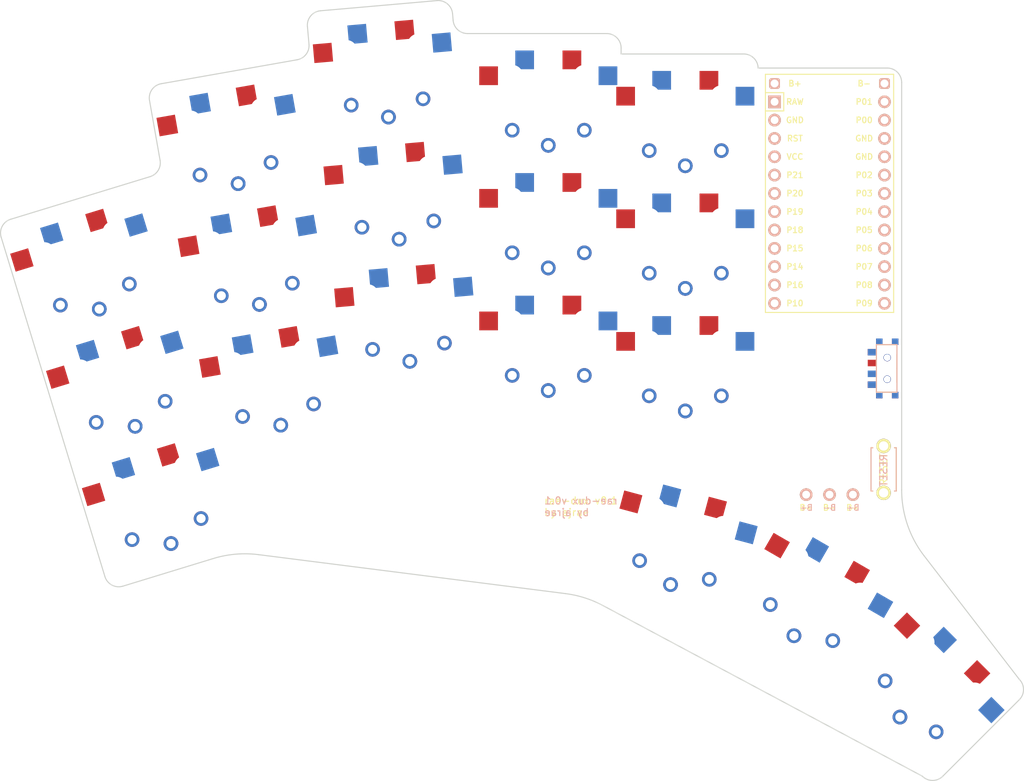
<source format=kicad_pcb>
(kicad_pcb (version 20211014) (generator pcbnew)
  (title_block (title "board") (rev "v1.0.0") (company "Unknown"))
  (layers (0 "F.Cu" signal) (31 "B.Cu" signal) (34 "B.Paste" user) (35 "F.Paste" user) (36 "B.SilkS" user "B.Silkscreen") (37 "F.SilkS" user "F.Silkscreen") (38 "B.Mask" user) (39 "F.Mask" user) (44 "Edge.Cuts" user))
  (net 0 "")
  (net 1 "P6")
  (net 2 "GND")
  (net 3 "P5")
  (net 4 "P4")
  (net 5 "P3")
  (net 6 "P2")
  (net 7 "P0")
  (net 8 "P1")
  (net 9 "P18")
  (net 10 "P15")
  (net 11 "P14")
  (net 12 "P16")
  (net 13 "P10")
  (net 14 "P19")
  (net 15 "P20")
  (net 16 "P21")
  (net 17 "P7")
  (net 18 "P8")
  (net 19 "P9")
  (net 20 "RAW")
  (net 21 "RST")
  (net 22 "VCC")
  (net 23 "Bplus")
  (net 24 "Bminus")
  (net 25 "Braw")
  (footprint "E73:SPDT_C128955" (layer "F.Cu") (at 114.06786 -17.897422 -90)
    (fp_text reference "T1" hide)
    (fp_text value "" hide)
    (pad "" np_thru_hole circle locked (at -1.5 0) (size 1 1) (drill 0.9) (layers *.Cu *.Mask))
    (pad "" smd rect locked (at 3.7 1.1 270) (size 0.9 0.9) (layers "F.Cu" "F.Paste" "F.Mask"))
    (pad "" smd rect locked (at -3.7 1.1 270) (size 0.9 0.9) (layers "F.Cu" "F.Paste" "F.Mask"))
    (pad "" smd rect locked (at 3.7 -1.1 270) (size 0.9 0.9) (layers "F.Cu" "F.Paste" "F.Mask"))
    (pad "" smd rect locked (at -3.7 -1.1 270) (size 0.9 0.9) (layers "F.Cu" "F.Paste" "F.Mask"))
    (pad "" np_thru_hole circle locked (at 1.5 0) (size 1 1) (drill 0.9) (layers *.Cu *.Mask))
    (pad "1" smd rect locked (at 2.25 2.075 270) (size 0.9 1.25) (layers "F.Cu" "F.Paste" "F.Mask") (net 25 "Braw"))
    (pad "2" smd rect locked (at -0.75 2.075 270) (size 0.9 1.25) (layers "F.Cu" "F.Paste" "F.Mask") (net 23 "Bplus"))
    (pad "3" smd rect locked (at -2.25 2.075 270) (size 0.9 1.25) (layers "F.Cu" "F.Paste" "F.Mask"))
  )
  (footprint "lib:bat" (layer "F.Cu") (at 106.06786 -0.397422)
    (fp_text reference "PAD1" hide)
    (fp_text value "" hide)
    (fp_text user "B-" (at 0 1.8) (layer "B.SilkS") (effects (font (size 0.8 0.8)) (justify mirror)))
    (fp_text user "B+" (at 3.24 1.8) (layer "B.SilkS") (effects (font (size 0.8 0.8)) (justify mirror)))
    (fp_text user "B+" (at -3.24 1.8) (layer "B.SilkS") (effects (font (size 0.8 0.8)) (justify mirror)))
    (fp_text user "B+" (at 3.24 1.8) (layer "F.SilkS") (effects (font (size 0.8 0.8))))
    (fp_text user "B-" (at 0 1.8) (layer "F.SilkS") (effects (font (size 0.8 0.8))))
    (fp_text user "B+" (at -3.24 1.8) (layer "F.SilkS") (effects (font (size 0.8 0.8))))
    (pad "1" thru_hole circle locked (at -3.24 0) (size 1.7526 1.7526) (drill 1.0922) (layers *.Cu *.SilkS *.Mask) (net 25 "Braw"))
    (pad "1" thru_hole circle locked (at 0 0) (size 1.7526 1.7526) (drill 1.0922) (layers *.Cu *.SilkS *.Mask) (net 24 "Bminus"))
    (pad "1" thru_hole circle locked (at 3.24 0) (size 1.7526 1.7526) (drill 1.0922) (layers *.Cu *.SilkS *.Mask) (net 25 "Braw"))
  )
  (footprint "kbd:ResetSW" (layer "F.Cu") (at 113.56786 -3.897422 -90)
    (fp_text reference "B1" hide)
    (fp_text value "")
    (fp_text user "RESET" (at 0.127 0 -90) (layer "B.SilkS") (effects (justify mirror)))
    (fp_text user "RESET" (at 0 0 -90) (layer "F.SilkS"))
    (pad "1" thru_hole circle locked (at 3.25 0 270) (size 2 2) (drill 1.3) (layers *.Cu *.Mask "F.SilkS") (net 21 "RST"))
    (pad "2" thru_hole circle locked (at -3.25 0 270) (size 2 2) (drill 1.3) (layers *.Cu *.Mask "F.SilkS") (net 2 "GND"))
  )
  (footprint "E73:SPDT_C128955" (layer "F.Cu") (at 114.06786 -17.897422 -90)
    (fp_text reference "T2" hide)
    (fp_text value "" hide)
    (pad "" np_thru_hole circle locked (at -1.5 0) (size 1 1) (drill 0.9) (layers *.Cu *.Mask))
    (pad "" smd rect locked (at 3.7 -1.1 270) (size 0.9 0.9) (layers "B.Cu" "B.Paste" "B.Mask"))
    (pad "" np_thru_hole circle locked (at 1.5 0) (size 1 1) (drill 0.9) (layers *.Cu *.Mask))
    (pad "" smd rect locked (at -3.7 -1.1 270) (size 0.9 0.9) (layers "B.Cu" "B.Paste" "B.Mask"))
    (pad "" smd rect locked (at 3.7 1.1 270) (size 0.9 0.9) (layers "B.Cu" "B.Paste" "B.Mask"))
    (pad "" smd rect locked (at -3.7 1.1 270) (size 0.9 0.9) (layers "B.Cu" "B.Paste" "B.Mask"))
    (pad "1" smd rect locked (at -2.25 2.075 270) (size 0.9 1.25) (layers "B.Cu" "B.Paste" "B.Mask") (net 25 "Braw"))
    (pad "2" smd rect locked (at 0.75 2.075 270) (size 0.9 1.25) (layers "B.Cu" "B.Paste" "B.Mask") (net 23 "Bplus"))
    (pad "3" smd rect locked (at 2.25 2.075 270) (size 0.9 1.25) (layers "B.Cu" "B.Paste" "B.Mask"))
  )
  (footprint "PG1350" (layer "F.Cu") (at 86.06786 -34.897423 180)
    (fp_text reference "S28" hide)
    (fp_text value "" hide)
    (pad "" np_thru_hole circle locked (at -5.5 0) (size 1.7018 1.7018) (drill 1.7018) (layers *.Cu *.Mask))
    (pad "" np_thru_hole circle locked (at 0 0) (size 3.429 3.429) (drill 3.429) (layers *.Cu *.Mask))
    (pad "" np_thru_hole circle locked (at 5.5 0) (size 1.7018 1.7018) (drill 1.7018) (layers *.Cu *.Mask))
    (pad "1" thru_hole circle locked (at 5 -3.8) (size 2.032 2.032) (drill 1.27) (layers *.Cu *.Mask) (net 15 "P20"))
    (pad "1" thru_hole circle locked (at -5 -3.8) (size 2.032 2.032) (drill 1.27) (layers *.Cu *.Mask) (net 15 "P20"))
    (pad "2" thru_hole circle locked (at 0 -5.9) (size 2.032 2.032) (drill 1.27) (layers *.Cu *.Mask) (net 2 "GND"))
    (pad "2" thru_hole circle locked (at 0 -5.9) (size 2.032 2.032) (drill 1.27) (layers *.Cu *.Mask) (net 2 "GND"))
  )
  (footprint "PG1350" (layer "F.Cu") (at 86.06786 -17.897422 180)
    (fp_text reference "S26" hide)
    (fp_text value "" hide)
    (pad "" np_thru_hole circle locked (at -5.5 0) (size 1.7018 1.7018) (drill 1.7018) (layers *.Cu *.Mask))
    (pad "" np_thru_hole circle locked (at 0 0) (size 3.429 3.429) (drill 3.429) (layers *.Cu *.Mask))
    (pad "" np_thru_hole circle locked (at 5.5 0) (size 1.7018 1.7018) (drill 1.7018) (layers *.Cu *.Mask))
    (pad "1" thru_hole circle locked (at 5 -3.8) (size 2.032 2.032) (drill 1.27) (layers *.Cu *.Mask) (net 14 "P19"))
    (pad "1" thru_hole circle locked (at -5 -3.8) (size 2.032 2.032) (drill 1.27) (layers *.Cu *.Mask) (net 14 "P19"))
    (pad "2" thru_hole circle locked (at 0 -5.9) (size 2.032 2.032) (drill 1.27) (layers *.Cu *.Mask) (net 2 "GND"))
    (pad "2" thru_hole circle locked (at 0 -5.9) (size 2.032 2.032) (drill 1.27) (layers *.Cu *.Mask) (net 2 "GND"))
  )
  (footprint "PG1350" (layer "F.Cu") (at 86.06786 -51.897423)
    (fp_text reference "S29" hide)
    (fp_text value "" hide)
    (pad "" np_thru_hole circle locked (at 0 -5.95) (size 3 3) (drill 3) (layers *.Cu *.Mask))
    (pad "" np_thru_hole circle locked (at 0 -5.95) (size 3 3) (drill 3) (layers *.Cu *.Mask))
    (pad "" np_thru_hole circle locked (at -5.5 0) (size 1.7018 1.7018) (drill 1.7018) (layers *.Cu *.Mask))
    (pad "" np_thru_hole circle locked (at 5 -3.75) (size 3 3) (drill 3) (layers *.Cu *.Mask))
    (pad "" np_thru_hole circle locked (at 0 0) (size 3.429 3.429) (drill 3.429) (layers *.Cu *.Mask))
    (pad "" np_thru_hole circle locked (at 5.5 0) (size 1.7018 1.7018) (drill 1.7018) (layers *.Cu *.Mask))
    (pad "" np_thru_hole circle locked (at -5 -3.75) (size 3 3) (drill 3) (layers *.Cu *.Mask))
    (pad "1" smd rect locked (at 3.275 -5.95) (size 2.6 2.6) (layers "F.Cu" "F.Paste" "F.Mask") (net 16 "P21"))
    (pad "1" smd rect locked (at -3.275 -5.95) (size 2.6 2.6) (layers "B.Cu" "B.Paste" "B.Mask") (net 16 "P21"))
    (pad "2" smd rect locked (at -8.275 -3.75) (size 2.6 2.6) (layers "F.Cu" "F.Paste" "F.Mask") (net 2 "GND"))
    (pad "2" smd rect locked (at 8.275 -3.75) (size 2.6 2.6) (layers "B.Cu" "B.Paste" "B.Mask") (net 2 "GND"))
  )
  (footprint "PG1350" (layer "F.Cu") (at 104.085418 14.058847 150)
    (fp_text reference "S34" hide)
    (fp_text value "" hide)
    (pad "" np_thru_hole circle locked (at 0 0) (size 3.429 3.429) (drill 3.429) (layers *.Cu *.Mask))
    (pad "" np_thru_hole circle locked (at 5.5 0) (size 1.7018 1.7018) (drill 1.7018) (layers *.Cu *.Mask))
    (pad "" np_thru_hole circle locked (at -5.5 0) (size 1.7018 1.7018) (drill 1.7018) (layers *.Cu *.Mask))
    (pad "1" thru_hole circle locked (at -5 -3.8) (size 2.032 2.032) (drill 1.27) (layers *.Cu *.Mask) (net 18 "P8"))
    (pad "1" thru_hole circle locked (at 5 -3.8) (size 2.032 2.032) (drill 1.27) (layers *.Cu *.Mask) (net 18 "P8"))
    (pad "2" thru_hole circle locked (at 0 -5.9) (size 2.032 2.032) (drill 1.27) (layers *.Cu *.Mask) (net 2 "GND"))
    (pad "2" thru_hole circle locked (at 0 -5.9) (size 2.032 2.032) (drill 1.27) (layers *.Cu *.Mask) (net 2 "GND"))
  )
  (footprint "PG1350" (layer "F.Cu") (at 23.043883 -49.326007 10)
    (fp_text reference "S11" hide)
    (fp_text value "" hide)
    (pad "" np_thru_hole circle locked (at 0 -5.95) (size 3 3) (drill 3) (layers *.Cu *.Mask))
    (pad "" np_thru_hole circle locked (at -5 -3.75) (size 3 3) (drill 3) (layers *.Cu *.Mask))
    (pad "" np_thru_hole circle locked (at -5.5 0) (size 1.7018 1.7018) (drill 1.7018) (layers *.Cu *.Mask))
    (pad "" np_thru_hole circle locked (at 0 0) (size 3.429 3.429) (drill 3.429) (layers *.Cu *.Mask))
    (pad "" np_thru_hole circle locked (at 0 -5.95) (size 3 3) (drill 3) (layers *.Cu *.Mask))
    (pad "" np_thru_hole circle locked (at 5 -3.75) (size 3 3) (drill 3) (layers *.Cu *.Mask))
    (pad "" np_thru_hole circle locked (at 5.5 0) (size 1.7018 1.7018) (drill 1.7018) (layers *.Cu *.Mask))
    (pad "1" smd rect locked (at 3.275 -5.95 10) (size 2.6 2.6) (layers "F.Cu" "F.Paste" "F.Mask") (net 7 "P0"))
    (pad "1" smd rect locked (at -3.275 -5.95 10) (size 2.6 2.6) (layers "B.Cu" "B.Paste" "B.Mask") (net 7 "P0"))
    (pad "2" smd rect locked (at -8.275 -3.75 10) (size 2.6 2.6) (layers "F.Cu" "F.Paste" "F.Mask") (net 2 "GND"))
    (pad "2" smd rect locked (at 8.275 -3.75 10) (size 2.6 2.6) (layers "B.Cu" "B.Paste" "B.Mask") (net 2 "GND"))
  )
  (footprint "PG1350" (layer "F.Cu") (at 44.396769 -58.630416 5)
    (fp_text reference "S17" hide)
    (fp_text value "" hide)
    (pad "" np_thru_hole circle locked (at 0 -5.95) (size 3 3) (drill 3) (layers *.Cu *.Mask))
    (pad "" np_thru_hole circle locked (at 0 -5.95) (size 3 3) (drill 3) (layers *.Cu *.Mask))
    (pad "" np_thru_hole circle locked (at 5 -3.75) (size 3 3) (drill 3) (layers *.Cu *.Mask))
    (pad "" np_thru_hole circle locked (at -5 -3.75) (size 3 3) (drill 3) (layers *.Cu *.Mask))
    (pad "" np_thru_hole circle locked (at -5.5 0) (size 1.7018 1.7018) (drill 1.7018) (layers *.Cu *.Mask))
    (pad "" np_thru_hole circle locked (at 5.5 0) (size 1.7018 1.7018) (drill 1.7018) (layers *.Cu *.Mask))
    (pad "" np_thru_hole circle locked (at 0 0) (size 3.429 3.429) (drill 3.429) (layers *.Cu *.Mask))
    (pad "1" smd rect locked (at 3.275 -5.95 5) (size 2.6 2.6) (layers "F.Cu" "F.Paste" "F.Mask") (net 10 "P15"))
    (pad "1" smd rect locked (at -3.275 -5.95 5) (size 2.6 2.6) (layers "B.Cu" "B.Paste" "B.Mask") (net 10 "P15"))
    (pad "2" smd rect locked (at 8.275 -3.75 5) (size 2.6 2.6) (layers "B.Cu" "B.Paste" "B.Mask") (net 2 "GND"))
    (pad "2" smd rect locked (at -8.275 -3.75 5) (size 2.6 2.6) (layers "F.Cu" "F.Paste" "F.Mask") (net 2 "GND"))
  )
  (footprint "PG1350" (layer "F.Cu") (at 8.059362 -15.514362 17)
    (fp_text reference "S3" hide)
    (fp_text value "" hide)
    (pad "" np_thru_hole circle locked (at 5.5 0) (size 1.7018 1.7018) (drill 1.7018) (layers *.Cu *.Mask))
    (pad "" np_thru_hole circle locked (at 0 0) (size 3.429 3.429) (drill 3.429) (layers *.Cu *.Mask))
    (pad "" np_thru_hole circle locked (at -5.5 0) (size 1.7018 1.7018) (drill 1.7018) (layers *.Cu *.Mask))
    (pad "" np_thru_hole circle locked (at -5 -3.75) (size 3 3) (drill 3) (layers *.Cu *.Mask))
    (pad "" np_thru_hole circle locked (at 0 -5.95) (size 3 3) (drill 3) (layers *.Cu *.Mask))
    (pad "" np_thru_hole circle locked (at 0 -5.95) (size 3 3) (drill 3) (layers *.Cu *.Mask))
    (pad "" np_thru_hole circle locked (at 5 -3.75) (size 3 3) (drill 3) (layers *.Cu *.Mask))
    (pad "1" smd rect locked (at 3.275 -5.95 17) (size 2.6 2.6) (layers "F.Cu" "F.Paste" "F.Mask") (net 3 "P5"))
    (pad "1" smd rect locked (at -3.275 -5.95 17) (size 2.6 2.6) (layers "B.Cu" "B.Paste" "B.Mask") (net 3 "P5"))
    (pad "2" smd rect locked (at 8.275 -3.75 17) (size 2.6 2.6) (layers "B.Cu" "B.Paste" "B.Mask") (net 2 "GND"))
    (pad "2" smd rect locked (at -8.275 -3.75 17) (size 2.6 2.6) (layers "F.Cu" "F.Paste" "F.Mask") (net 2 "GND"))
  )
  (footprint "PG1350" (layer "F.Cu") (at 47.360064 -24.759797 -175)
    (fp_text reference "S14" hide)
    (fp_text value "" hide)
    (pad "" np_thru_hole circle locked (at 0 0) (size 3.429 3.429) (drill 3.429) (layers *.Cu *.Mask))
    (pad "" np_thru_hole circle locked (at 5.5 0) (size 1.7018 1.7018) (drill 1.7018) (layers *.Cu *.Mask))
    (pad "" np_thru_hole circle locked (at -5.5 0) (size 1.7018 1.7018) (drill 1.7018) (layers *.Cu *.Mask))
    (pad "1" thru_hole circle locked (at -5 -3.8) (size 2.032 2.032) (drill 1.27) (layers *.Cu *.Mask) (net 8 "P1"))
    (pad "1" thru_hole circle locked (at 5 -3.8) (size 2.032 2.032) (drill 1.27) (layers *.Cu *.Mask) (net 8 "P1"))
    (pad "2" thru_hole circle locked (at 0 -5.9) (size 2.032 2.032) (drill 1.27) (layers *.Cu *.Mask) (net 2 "GND"))
    (pad "2" thru_hole circle locked (at 0 -5.9) (size 2.032 2.032) (drill 1.27) (layers *.Cu *.Mask) (net 2 "GND"))
  )
  (footprint "PG1350" (layer "F.Cu") (at 86.06786 -17.897422)
    (fp_text reference "S25" hide)
    (fp_text value "" hide)
    (pad "" np_thru_hole circle locked (at 5 -3.75) (size 3 3) (drill 3) (layers *.Cu *.Mask))
    (pad "" np_thru_hole circle locked (at -5.5 0) (size 1.7018 1.7018) (drill 1.7018) (layers *.Cu *.Mask))
    (pad "" np_thru_hole circle locked (at -5 -3.75) (size 3 3) (drill 3) (layers *.Cu *.Mask))
    (pad "" np_thru_hole circle locked (at 0 -5.95) (size 3 3) (drill 3) (layers *.Cu *.Mask))
    (pad "" np_thru_hole circle locked (at 5.5 0) (size 1.7018 1.7018) (drill 1.7018) (layers *.Cu *.Mask))
    (pad "" np_thru_hole circle locked (at 0 0) (size 3.429 3.429) (drill 3.429) (layers *.Cu *.Mask))
    (pad "" np_thru_hole circle locked (at 0 -5.95) (size 3 3) (drill 3) (layers *.Cu *.Mask))
    (pad "1" smd rect locked (at 3.275 -5.95) (size 2.6 2.6) (layers "F.Cu" "F.Paste" "F.Mask") (net 14 "P19"))
    (pad "1" smd rect locked (at -3.275 -5.95) (size 2.6 2.6) (layers "B.Cu" "B.Paste" "B.Mask") (net 14 "P19"))
    (pad "2" smd rect locked (at -8.275 -3.75) (size 2.6 2.6) (layers "F.Cu" "F.Paste" "F.Mask") (net 2 "GND"))
    (pad "2" smd rect locked (at 8.275 -3.75) (size 2.6 2.6) (layers "B.Cu" "B.Paste" "B.Mask") (net 2 "GND"))
  )
  (footprint "PG1350" (layer "F.Cu") (at 67.06786 -54.730756)
    (fp_text reference "S23" hide)
    (fp_text value "" hide)
    (pad "" np_thru_hole circle locked (at -5.5 0) (size 1.7018 1.7018) (drill 1.7018) (layers *.Cu *.Mask))
    (pad "" np_thru_hole circle locked (at 0 0) (size 3.429 3.429) (drill 3.429) (layers *.Cu *.Mask))
    (pad "" np_thru_hole circle locked (at 0 -5.95) (size 3 3) (drill 3) (layers *.Cu *.Mask))
    (pad "" np_thru_hole circle locked (at -5 -3.75) (size 3 3) (drill 3) (layers *.Cu *.Mask))
    (pad "" np_thru_hole circle locked (at 5.5 0) (size 1.7018 1.7018) (drill 1.7018) (layers *.Cu *.Mask))
    (pad "" np_thru_hole circle locked (at 5 -3.75) (size 3 3) (drill 3) (layers *.Cu *.Mask))
    (pad "" np_thru_hole circle locked (at 0 -5.95) (size 3 3) (drill 3) (layers *.Cu *.Mask))
    (pad "1" smd rect locked (at -3.275 -5.95) (size 2.6 2.6) (layers "B.Cu" "B.Paste" "B.Mask") (net 13 "P10"))
    (pad "1" smd rect locked (at 3.275 -5.95) (size 2.6 2.6) (layers "F.Cu" "F.Paste" "F.Mask") (net 13 "P10"))
    (pad "2" smd rect locked (at 8.275 -3.75) (size 2.6 2.6) (layers "B.Cu" "B.Paste" "B.Mask") (net 2 "GND"))
    (pad "2" smd rect locked (at -8.275 -3.75) (size 2.6 2.6) (layers "F.Cu" "F.Paste" "F.Mask") (net 2 "GND"))
  )
  (footprint "PG1350" (layer "F.Cu") (at 13.029681 0.742819 17)
    (fp_text reference "S1" hide)
    (fp_text value "" hide)
    (pad "" np_thru_hole circle locked (at 0 -5.95) (size 3 3) (drill 3) (layers *.Cu *.Mask))
    (pad "" np_thru_hole circle locked (at 5.5 0) (size 1.7018 1.7018) (drill 1.7018) (layers *.Cu *.Mask))
    (pad "" np_thru_hole circle locked (at 5 -3.75) (size 3 3) (drill 3) (layers *.Cu *.Mask))
    (pad "" np_thru_hole circle locked (at -5.5 0) (size 1.7018 1.7018) (drill 1.7018) (layers *.Cu *.Mask))
    (pad "" np_thru_hole circle locked (at 0 0) (size 3.429 3.429) (drill 3.429) (layers *.Cu *.Mask))
    (pad "" np_thru_hole circle locked (at 0 -5.95) (size 3 3) (drill 3) (layers *.Cu *.Mask))
    (pad "" np_thru_hole circle locked (at -5 -3.75) (size 3 3) (drill 3) (layers *.Cu *.Mask))
    (pad "1" smd rect locked (at -3.275 -5.95 17) (size 2.6 2.6) (layers "B.Cu" "B.Paste" "B.Mask") (net 1 "P6"))
    (pad "1" smd rect locked (at 3.275 -5.95 17) (size 2.6 2.6) (layers "F.Cu" "F.Paste" "F.Mask") (net 1 "P6"))
    (pad "2" smd rect locked (at -8.275 -3.75 17) (size 2.6 2.6) (layers "F.Cu" "F.Paste" "F.Mask") (net 2 "GND"))
    (pad "2" smd rect locked (at 8.275 -3.75 17) (size 2.6 2.6) (layers "B.Cu" "B.Paste" "B.Mask") (net 2 "GND"))
  )
  (footprint "PG1350" (layer "F.Cu") (at 44.396769 -58.630416 -175)
    (fp_text reference "S18" hide)
    (fp_text value "" hide)
    (pad "" np_thru_hole circle locked (at -5.5 0) (size 1.7018 1.7018) (drill 1.7018) (layers *.Cu *.Mask))
    (pad "" np_thru_hole circle locked (at 0 0) (size 3.429 3.429) (drill 3.429) (layers *.Cu *.Mask))
    (pad "" np_thru_hole circle locked (at 5.5 0) (size 1.7018 1.7018) (drill 1.7018) (layers *.Cu *.Mask))
    (pad "1" thru_hole circle locked (at -5 -3.8) (size 2.032 2.032) (drill 1.27) (layers *.Cu *.Mask) (net 10 "P15"))
    (pad "1" thru_hole circle locked (at 5 -3.8) (size 2.032 2.032) (drill 1.27) (layers *.Cu *.Mask) (net 10 "P15"))
    (pad "2" thru_hole circle locked (at 0 -5.9) (size 2.032 2.032) (drill 1.27) (layers *.Cu *.Mask) (net 2 "GND"))
    (pad "2" thru_hole circle locked (at 0 -5.9) (size 2.032 2.032) (drill 1.27) (layers *.Cu *.Mask) (net 2 "GND"))
  )
  (footprint "PG1350" (layer "F.Cu") (at 67.06786 -54.730756 180)
    (fp_text reference "S24" hide)
    (fp_text value "" hide)
    (pad "" np_thru_hole circle locked (at -5.5 0) (size 1.7018 1.7018) (drill 1.7018) (layers *.Cu *.Mask))
    (pad "" np_thru_hole circle locked (at 0 0) (size 3.429 3.429) (drill 3.429) (layers *.Cu *.Mask))
    (pad "" np_thru_hole circle locked (at 5.5 0) (size 1.7018 1.7018) (drill 1.7018) (layers *.Cu *.Mask))
    (pad "1" thru_hole circle locked (at -5 -3.8) (size 2.032 2.032) (drill 1.27) (layers *.Cu *.Mask) (net 13 "P10"))
    (pad "1" thru_hole circle locked (at 5 -3.8) (size 2.032 2.032) (drill 1.27) (layers *.Cu *.Mask) (net 13 "P10"))
    (pad "2" thru_hole circle locked (at 0 -5.9) (size 2.032 2.032) (drill 1.27) (layers *.Cu *.Mask) (net 2 "GND"))
    (pad "2" thru_hole circle locked (at 0 -5.9) (size 2.032 2.032) (drill 1.27) (layers *.Cu *.Mask) (net 2 "GND"))
  )
  (footprint "PG1350" (layer "F.Cu") (at 85.547819 6.380322 -15)
    (fp_text reference "S31" hide)
    (fp_text value "" hide)
    (pad "" np_thru_hole circle locked (at 5.5 0) (size 1.7018 1.7018) (drill 1.7018) (layers *.Cu *.Mask))
    (pad "" np_thru_hole circle locked (at 0 0) (size 3.429 3.429) (drill 3.429) (layers *.Cu *.Mask))
    (pad "" np_thru_hole circle locked (at -5 -3.75) (size 3 3) (drill 3) (layers *.Cu *.Mask))
    (pad "" np_thru_hole circle locked (at 0 -5.95) (size 3 3) (drill 3) (layers *.Cu *.Mask))
    (pad "" np_thru_hole circle locked (at 5 -3.75) (size 3 3) (drill 3) (layers *.Cu *.Mask))
    (pad "" np_thru_hole circle locked (at -5.5 0) (size 1.7018 1.7018) (drill 1.7018) (layers *.Cu *.Mask))
    (pad "" np_thru_hole circle locked (at 0 -5.95) (size 3 3) (drill 3) (layers *.Cu *.Mask))
    (pad "1" smd rect locked (at 3.275 -5.95 345) (size 2.6 2.6) (layers "F.Cu" "F.Paste" "F.Mask") (net 17 "P7"))
    (pad "1" smd rect locked (at -3.275 -5.95 345) (size 2.6 2.6) (layers "B.Cu" "B.Paste" "B.Mask") (net 17 "P7"))
    (pad "2" smd rect locked (at 8.275 -3.75 345) (size 2.6 2.6) (layers "B.Cu" "B.Paste" "B.Mask") (net 2 "GND"))
    (pad "2" smd rect locked (at -8.275 -3.75 345) (size 2.6 2.6) (layers "F.Cu" "F.Paste" "F.Mask") (net 2 "GND"))
  )
  (footprint "PG1350" (layer "F.Cu") (at 86.06786 -51.897423 180)
    (fp_text reference "S30" hide)
    (fp_text value "" hide)
    (pad "" np_thru_hole circle locked (at -5.5 0) (size 1.7018 1.7018) (drill 1.7018) (layers *.Cu *.Mask))
    (pad "" np_thru_hole circle locked (at 5.5 0) (size 1.7018 1.7018) (drill 1.7018) (layers *.Cu *.Mask))
    (pad "" np_thru_hole circle locked (at 0 0) (size 3.429 3.429) (drill 3.429) (layers *.Cu *.Mask))
    (pad "1" thru_hole circle locked (at 5 -3.8) (size 2.032 2.032) (drill 1.27) (layers *.Cu *.Mask) (net 16 "P21"))
    (pad "1" thru_hole circle locked (at -5 -3.8) (size 2.032 2.032) (drill 1.27) (layers *.Cu *.Mask) (net 16 "P21"))
    (pad "2" thru_hole circle locked (at 0 -5.9) (size 2.032 2.032) (drill 1.27) (layers *.Cu *.Mask) (net 2 "GND"))
    (pad "2" thru_hole circle locked (at 0 -5.9) (size 2.032 2.032) (drill 1.27) (layers *.Cu *.Mask) (net 2 "GND"))
  )
  (footprint "ProMicro" (layer "F.Cu") (at 106.06786 -40.897423 -90)
    (fp_text reference "MCU1" hide)
    (fp_text value "" hide)
    (fp_text user "GND" (at -6.35 -4.8) (layer "F.SilkS") (effects (font (size 0.8 0.8))))
    (fp_text user "P02" (at -3.81 -4.8) (layer "F.SilkS") (effects (font (size 0.8 0.8))))
    (fp_text user "P20" (at -1.27 4.8) (layer "F.SilkS") (effects (font (size 0.8 0.8))))
    (fp_text user "VCC" (at -6.35 4.8) (layer "F.SilkS") (effects (font (size 0.8 0.8))))
    (fp_text user "P06" (at 6.35 -4.8) (layer "F.SilkS") (effects (font (size 0.8 0.8))))
    (fp_text user "P15" (at 6.35 4.8) (layer "F.SilkS") (effects (font (size 0.8 0.8))))
    (fp_text user "P09" (at 13.97 -4.8) (layer "F.SilkS") (effects (font (size 0.8 0.8))))
    (fp_text user "B+" (at -16.51 4.8) (layer "F.SilkS") (effects (font (size 0.8 0.8))))
    (fp_text user "P16" (at 11.43 4.8) (layer "F.SilkS") (effects (font (size 0.8 0.8))))
    (fp_text user "P03" (at -1.27 -4.8) (layer "F.SilkS") (effects (font (size 0.8 0.8))))
    (fp_text user "P04" (at 1.27 -4.8) (layer "F.SilkS") (effects (font (size 0.8 0.8))))
    (fp_text user "P10" (at 13.97 4.8) (layer "F.SilkS") (effects (font (size 0.8 0.8))))
    (fp_text user "P05" (at 3.81 -4.8) (layer "F.SilkS") (effects (font (size 0.8 0.8))))
    (fp_text user "P00" (at -11.43 -4.8) (layer "F.SilkS") (effects (font (size 0.8 0.8))))
    (fp_text user "P18" (at 3.81 4.8) (layer "F.SilkS") (effects (font (size 0.8 0.8))))
    (fp_text user "P14" (at 8.89 4.8) (layer "F.SilkS") (effects (font (size 0.8 0.8))))
    (fp_text user "GND" (at -11.43 4.8) (layer "F.SilkS") (effects (font (size 0.8 0.8))))
    (fp_text user "P01" (at -13.97 -4.8) (layer "F.SilkS") (effects (font (size 0.8 0.8))))
    (fp_text user "B-" (at -16.51 -4.8) (layer "F.SilkS") (effects (font (size 0.8 0.8))))
    (fp_text user "P19" (at 1.27 4.8) (layer "F.SilkS") (effects (font (size 0.8 0.8))))
    (fp_text user "GND" (at -8.89 -4.8) (layer "F.SilkS") (effects (font (size 0.8 0.8))))
    (fp_text user "P07" (at 8.89 -4.8) (layer "F.SilkS") (effects (font (size 0.8 0.8))))
    (fp_text user "P21" (at -3.81 4.8) (layer "F.SilkS") (effects (font (size 0.8 0.8))))
    (fp_text user "RAW" (at -13.97 4.8) (layer "F.SilkS") (effects (font (size 0.8 0.8))))
    (fp_text user "P08" (at 11.43 -4.8) (layer "F.SilkS") (effects (font (size 0.8 0.8))))
    (fp_text user "RST" (at -8.89 4.8) (layer "F.SilkS") (effects (font (size 0.8 0.8))))
    (pad "1" thru_hole rect locked (at -13.97 7.62 270) (size 1.7526 1.7526) (drill 1.0922) (layers *.Cu *.SilkS *.Mask) (net 20 "RAW"))
    (pad "2" thru_hole circle locked (at -11.43 7.62) (size 1.7526 1.7526) (drill 1.0922) (layers *.Cu *.SilkS *.Mask) (net 2 "GND"))
    (pad "3" thru_hole circle locked (at -8.89 7.62) (size 1.7526 1.7526) (drill 1.0922) (layers *.Cu *.SilkS *.Mask) (net 21 "RST"))
    (pad "4" thru_hole circle locked (at -6.35 7.62) (size 1.7526 1.7526) (drill 1.0922) (layers *.Cu *.SilkS *.Mask) (net 22 "VCC"))
    (pad "5" thru_hole circle locked (at -3.81 7.62) (size 1.7526 1.7526) (drill 1.0922) (layers *.Cu *.SilkS *.Mask) (net 16 "P21"))
    (pad "6" thru_hole circle locked (at -1.27 7.62) (size 1.7526 1.7526) (drill 1.0922) (layers *.Cu *.SilkS *.Mask) (net 15 "P20"))
    (pad "7" thru_hole circle locked (at 1.27 7.62) (size 1.7526 1.7526) (drill 1.0922) (layers *.Cu *.SilkS *.Mask) (net 14 "P19"))
    (pad "8" thru_hole circle locked (at 3.81 7.62) (size 1.7526 1.7526) (drill 1.0922) (layers *.Cu *.SilkS *.Mask) (net 9 "P18"))
    (pad "9" thru_hole circle locked (at 6.35 7.62) (size 1.7526 1.7526) (drill 1.0922) (layers *.Cu *.SilkS *.Mask) (net 10 "P15"))
    (pad "10" thru_hole circle locked (at 8.89 7.62) (size 1.7526 1.7526) (drill 1.0922) (layers *.Cu *.SilkS *.Mask) (net 11 "P14"))
    (pad "11" thru_hole circle locked (at 11.43 7.62) (size 1.7526 1.7526) (drill 1.0922) (layers *.Cu *.SilkS *.Mask) (net 12 "P16"))
    (pad "12" thru_hole circle locked (at 13.97 7.62) (size 1.7526 1.7526) (drill 1.0922) (layers *.Cu *.SilkS *.Mask) (net 13 "P10"))
    (pad "13" thru_hole circle locked (at -13.97 -7.62) (size 1.7526 1.7526) (drill 1.0922) (layers *.Cu *.SilkS *.Mask) (net 8 "P1"))
    (pad "14" thru_hole circle locked (at -11.43 -7.62) (size 1.7526 1.7526) (drill 1.0922) (layers *.Cu *.SilkS *.Mask) (net 7 "P0"))
    (pad "15" thru_hole circle locked (at -8.89 -7.62) (size 1.7526 1.7526) (drill 1.0922) (layers *.Cu *.SilkS *.Mask) (net 2 "GND"))
    (pad "16" thru_hole circle locked (at -6.35 -7.62) (size 1.7526 1.7526) (drill 1.0922) (layers *.Cu *.SilkS *.Mask) (net 2 "GND"))
    (pad "17" thru_hole circle locked (at -3.81 -7.62) (size 1.7526 1.7526) (drill 1.0922) (layers *.Cu *.SilkS *.Mask) (net 6 "P2"))
    (pad "18" thru_hole circle locked (at -1.27 -7.62) (size 1.7526 1.7526) (drill 1.0922) (layers *.Cu *.SilkS *.Mask) (net 5 "P3"))
    (pad "19" thru_hole circle locked (at 1.27 -7.62) (size 1.7526 1.7526) (drill 1.0922) (layers *.Cu *.SilkS *.Mask) (net 4 "P4"))
    (pad "20" thru_hole circle locked (at 3.81 -7.62) (size 1.7526 1.7526) (drill 1.0922) (layers *.Cu *.SilkS *.Mask) (net 3 "P5"))
    (pad "21" thru_hole circle locked (at 6.35 -7.62) (size 1.7526 1.7526) (drill 1.0922) (layers *.Cu *.SilkS *.Mask) (net 1 "P6"))
    (pad "22" thru_hole circle locked (at 8.89 -7.62) (size 1.7526 1.7526) (drill 1.0922) (layers *.Cu *.SilkS *.Mask) (net 17 "P7"))
    (pad "23" thru_hole circle locked (at 11.43 -7.62) (size 1.7526 1.7526) (drill 1.0922) (layers *.Cu *.SilkS *.Mask) (net 18 "P8"))
    (pad "24" thru_hole circle locked (at 13.97 -7.62) (size 1.7526 1.7526) (drill 1.0922) (layers *.Cu *.SilkS *.Mask) (net 19 "P9"))
    (pad "25" thru_hole roundrect locked (at -16.51 -7.62) (size 1.5 1.5) (drill 1.0922) (layers *.Cu *.SilkS *.Mask) (net 24 "Bminus"))
    (pad "25" thru_hole roundrect locked (at -16.51 7.62) (size 1.5 1.5) (drill 1.0922) (layers *.Cu *.SilkS *.Mask) (net 23 "Bplus"))
  )
  (footprint "PG1350" (layer "F.Cu") (at 67.06786 -20.730756 180)
    (fp_text reference "S20" hide)
    (fp_text value "" hide)
    (pad "" np_thru_hole circle locked (at -5.5 0) (size 1.7018 1.7018) (drill 1.7018) (layers *.Cu *.Mask))
    (pad "" np_thru_hole circle locked (at 5.5 0) (size 1.7018 1.7018) (drill 1.7018) (layers *.Cu *.Mask))
    (pad "" np_thru_hole circle locked (at 0 0) (size 3.429 3.429) (drill 3.429) (layers *.Cu *.Mask))
    (pad "1" thru_hole circle locked (at -5 -3.8) (size 2.032 2.032) (drill 1.27) (layers *.Cu *.Mask) (net 11 "P14"))
    (pad "1" thru_hole circle locked (at 5 -3.8) (size 2.032 2.032) (drill 1.27) (layers *.Cu *.Mask) (net 11 "P14"))
    (pad "2" thru_hole circle locked (at 0 -5.9) (size 2.032 2.032) (drill 1.27) (layers *.Cu *.Mask) (net 2 "GND"))
    (pad "2" thru_hole circle locked (at 0 -5.9) (size 2.032 2.032) (drill 1.27) (layers *.Cu *.Mask) (net 2 "GND"))
  )
  (footprint "PG1350" (layer "F.Cu") (at 67.06786 -20.730756)
    (fp_text reference "S19" hide)
    (fp_text value "" hide)
    (pad "" np_thru_hole circle locked (at 5.5 0) (size 1.7018 1.7018) (drill 1.7018) (layers *.Cu *.Mask))
    (pad "" np_thru_hole circle locked (at 0 -5.95) (size 3 3) (drill 3) (layers *.Cu *.Mask))
    (pad "" np_thru_hole circle locked (at 0 -5.95) (size 3 3) (drill 3) (layers *.Cu *.Mask))
    (pad "" np_thru_hole circle locked (at 0 0) (size 3.429 3.429) (drill 3.429) (layers *.Cu *.Mask))
    (pad "" np_thru_hole circle locked (at -5 -3.75) (size 3 3) (drill 3) (layers *.Cu *.Mask))
    (pad "" np_thru_hole circle locked (at -5.5 0) (size 1.7018 1.7018) (drill 1.7018) (layers *.Cu *.Mask))
    (pad "" np_thru_hole circle locked (at 5 -3.75) (size 3 3) (drill 3) (layers *.Cu *.Mask))
    (pad "1" smd rect locked (at -3.275 -5.95) (size 2.6 2.6) (layers "B.Cu" "B.Paste" "B.Mask") (net 11 "P14"))
    (pad "1" smd rect locked (at 3.275 -5.95) (size 2.6 2.6) (layers "F.Cu" "F.Paste" "F.Mask") (net 11 "P14"))
    (pad "2" smd rect locked (at 8.275 -3.75) (size 2.6 2.6) (layers "B.Cu" "B.Paste" "B.Mask") (net 2 "GND"))
    (pad "2" smd rect locked (at -8.275 -3.75) (size 2.6 2.6) (layers "F.Cu" "F.Paste" "F.Mask") (net 2 "GND"))
  )
  (footprint "PG1350" (layer "F.Cu") (at 47.360064 -24.759797 5)
    (fp_text reference "S13" hide)
    (fp_text value "" hide)
    (pad "" np_thru_hole circle locked (at 0 -5.95) (size 3 3) (drill 3) (layers *.Cu *.Mask))
    (pad "" np_thru_hole circle locked (at -5.5 0) (size 1.7018 1.7018) (drill 1.7018) (layers *.Cu *.Mask))
    (pad "" np_thru_hole circle locked (at 0 -5.95) (size 3 3) (drill 3) (layers *.Cu *.Mask))
    (pad "" np_thru_hole circle locked (at 5 -3.75) (size 3 3) (drill 3) (layers *.Cu *.Mask))
    (pad "" np_thru_hole circle locked (at 0 0) (size 3.429 3.429) (drill 3.429) (layers *.Cu *.Mask))
    (pad "" np_thru_hole circle locked (at -5 -3.75) (size 3 3) (drill 3) (layers *.Cu *.Mask))
    (pad "" np_thru_hole circle locked (at 5.5 0) (size 1.7018 1.7018) (drill 1.7018) (layers *.Cu *.Mask))
    (pad "1" smd rect locked (at 3.275 -5.95 5) (size 2.6 2.6) (layers "F.Cu" "F.Paste" "F.Mask") (net 8 "P1"))
    (pad "1" smd rect locked (at -3.275 -5.95 5) (size 2.6 2.6) (layers "B.Cu" "B.Paste" "B.Mask") (net 8 "P1"))
    (pad "2" smd rect locked (at 8.275 -3.75 5) (size 2.6 2.6) (layers "B.Cu" "B.Paste" "B.Mask") (net 2 "GND"))
    (pad "2" smd rect locked (at -8.275 -3.75 5) (size 2.6 2.6) (layers "F.Cu" "F.Paste" "F.Mask") (net 2 "GND"))
  )
  (footprint "PG1350" (layer "F.Cu") (at 8.059362 -15.514362 -163)
    (fp_text reference "S4" hide)
    (fp_text value "" hide)
    (pad "" np_thru_hole circle locked (at -5.5 0) (size 1.7018 1.7018) (drill 1.7018) (layers *.Cu *.Mask))
    (pad "" np_thru_hole circle locked (at 0 0) (size 3.429 3.429) (drill 3.429) (layers *.Cu *.Mask))
    (pad "" np_thru_hole circle locked (at 5.5 0) (size 1.7018 1.7018) (drill 1.7018) (layers *.Cu *.Mask))
    (pad "1" thru_hole circle locked (at 5 -3.8) (size 2.032 2.032) (drill 1.27) (layers *.Cu *.Mask) (net 3 "P5"))
    (pad "1" thru_hole circle locked (at -5 -3.8) (size 2.032 2.032) (drill 1.27) (layers *.Cu *.Mask) (net 3 "P5"))
    (pad "2" thru_hole circle locked (at 0 -5.9) (size 2.032 2.032) (drill 1.27) (layers *.Cu *.Mask) (net 2 "GND"))
    (pad "2" thru_hole circle locked (at 0 -5.9) (size 2.032 2.032) (drill 1.27) (layers *.Cu *.Mask) (net 2 "GND"))
  )
  (footprint "PG1350" (layer "F.Cu") (at 120.004016 26.273617 135)
    (fp_text reference "S36" hide)
    (fp_text value "" hide)
    (pad "" np_thru_hole circle locked (at 0 0) (size 3.429 3.429) (drill 3.429) (layers *.Cu *.Mask))
    (pad "" np_thru_hole circle locked (at -5.5 0) (size 1.7018 1.7018) (drill 1.7018) (layers *.Cu *.Mask))
    (pad "" np_thru_hole circle locked (at 5.5 0) (size 1.7018 1.7018) (drill 1.7018) (layers *.Cu *.Mask))
    (pad "1" thru_hole circle locked (at 5 -3.8) (size 2.032 2.032) (drill 1.27) (layers *.Cu *.Mask) (net 19 "P9"))
    (pad "1" thru_hole circle locked (at -5 -3.8) (size 2.032 2.032) (drill 1.27) (layers *.Cu *.Mask) (net 19 "P9"))
    (pad "2" thru_hole circle locked (at 0 -5.9) (size 2.032 2.032) (drill 1.27) (layers *.Cu *.Mask) (net 2 "GND"))
    (pad "2" thru_hole circle locked (at 0 -5.9) (size 2.032 2.032) (drill 1.27) (layers *.Cu *.Mask) (net 2 "GND"))
  )
  (footprint "PG1350" (layer "F.Cu") (at 45.878417 -41.695107 -175)
    (fp_text reference "S16" hide)
    (fp_text value "" hide)
    (pad "" np_thru_hole circle locked (at 0 0) (size 3.429 3.429) (drill 3.429) (layers *.Cu *.Mask))
    (pad "" np_thru_hole circle locked (at -5.5 0) (size 1.7018 1.7018) (drill 1.7018) (layers *.Cu *.Mask))
    (pad "" np_thru_hole circle locked (at 5.5 0) (size 1.7018 1.7018) (drill 1.7018) (layers *.Cu *.Mask))
    (pad "1" thru_hole circle locked (at 5 -3.8) (size 2.032 2.032) (drill 1.27) (layers *.Cu *.Mask) (net 9 "P18"))
    (pad "1" thru_hole circle locked (at -5 -3.8) (size 2.032 2.032) (drill 1.27) (layers *.Cu *.Mask) (net 9 "P18"))
    (pad "2" thru_hole circle locked (at 0 -5.9) (size 2.032 2.032) (drill 1.27) (layers *.Cu *.Mask) (net 2 "GND"))
    (pad "2" thru_hole circle locked (at 0 -5.9) (size 2.032 2.032) (drill 1.27) (layers *.Cu *.Mask) (net 2 "GND"))
  )
  (footprint "PG1350" (layer "F.Cu") (at 13.029681 0.742819 -163)
    (fp_text reference "S2" hide)
    (fp_text value "" hide)
    (pad "" np_thru_hole circle locked (at -5.5 0) (size 1.7018 1.7018) (drill 1.7018) (layers *.Cu *.Mask))
    (pad "" np_thru_hole circle locked (at 0 0) (size 3.429 3.429) (drill 3.429) (layers *.Cu *.Mask))
    (pad "" np_thru_hole circle locked (at 5.5 0) (size 1.7018 1.7018) (drill 1.7018) (layers *.Cu *.Mask))
    (pad "1" thru_hole circle locked (at -5 -3.8) (size 2.032 2.032) (drill 1.27) (layers *.Cu *.Mask) (net 1 "P6"))
    (pad "1" thru_hole circle locked (at 5 -3.8) (size 2.032 2.032) (drill 1.27) (layers *.Cu *.Mask) (net 1 "P6"))
    (pad "2" thru_hole circle locked (at 0 -5.9) (size 2.032 2.032) (drill 1.27) (layers *.Cu *.Mask) (net 2 "GND"))
    (pad "2" thru_hole circle locked (at 0 -5.9) (size 2.032 2.032) (drill 1.27) (layers *.Cu *.Mask) (net 2 "GND"))
  )
  (footprint "PG1350" (layer "F.Cu") (at 25.995902 -32.584275 10)
    (fp_text reference "S9" hide)
    (fp_text value "" hide)
    (pad "" np_thru_hole circle locked (at -5.5 0) (size 1.7018 1.7018) (drill 1.7018) (layers *.Cu *.Mask))
    (pad "" np_thru_hole circle locked (at 0 0) (size 3.429 3.429) (drill 3.429) (layers *.Cu *.Mask))
    (pad "" np_thru_hole circle locked (at 5.5 0) (size 1.7018 1.7018) (drill 1.7018) (layers *.Cu *.Mask))
    (pad "" np_thru_hole circle locked (at 5 -3.75) (size 3 3) (drill 3) (layers *.Cu *.Mask))
    (pad "" np_thru_hole circle locked (at -5 -3.75) (size 3 3) (drill 3) (layers *.Cu *.Mask))
    (pad "" np_thru_hole circle locked (at 0 -5.95) (size 3 3) (drill 3) (layers *.Cu *.Mask))
    (pad "" np_thru_hole circle locked (at 0 -5.95) (size 3 3) (drill 3) (layers *.Cu *.Mask))
    (pad "1" smd rect locked (at -3.275 -5.95 10) (size 2.6 2.6) (layers "B.Cu" "B.Paste" "B.Mask") (net 6 "P2"))
    (pad "1" smd rect locked (at 3.275 -5.95 10) (size 2.6 2.6) (layers "F.Cu" "F.Paste" "F.Mask") (net 6 "P2"))
    (pad "2" smd rect locked (at 8.275 -3.75 10) (size 2.6 2.6) (layers "B.Cu" "B.Paste" "B.Mask") (net 2 "GND"))
    (pad "2" smd rect locked (at -8.275 -3.75 10) (size 2.6 2.6) (layers "F.Cu" "F.Paste" "F.Mask") (net 2 "GND"))
  )
  (footprint "PG1350" (layer "F.Cu") (at 120.004016 26.273617 -45)
    (fp_text reference "S35" hide)
    (fp_text value "" hide)
    (pad "" np_thru_hole circle locked (at 0 0) (size 3.429 3.429) (drill 3.429) (layers *.Cu *.Mask))
    (pad "" np_thru_hole circle locked (at 5 -3.75) (size 3 3) (drill 3) (layers *.Cu *.Mask))
    (pad "" np_thru_hole circle locked (at 0 -5.95) (size 3 3) (drill 3) (layers *.Cu *.Mask))
    (pad "" np_thru_hole circle locked (at 5.5 0) (size 1.7018 1.7018) (drill 1.7018) (layers *.Cu *.Mask))
    (pad "" np_thru_hole circle locked (at -5 -3.75) (size 3 3) (drill 3) (layers *.Cu *.Mask))
    (pad "" np_thru_hole circle locked (at -5.5 0) (size 1.7018 1.7018) (drill 1.7018) (layers *.Cu *.Mask))
    (pad "" np_thru_hole circle locked (at 0 -5.95) (size 3 3) (drill 3) (layers *.Cu *.Mask))
    (pad "1" smd rect locked (at -3.275 -5.95 315) (size 2.6 2.6) (layers "B.Cu" "B.Paste" "B.Mask") (net 19 "P9"))
    (pad "1" smd rect locked (at 3.275 -5.95 315) (size 2.6 2.6) (layers "F.Cu" "F.Paste" "F.Mask") (net 19 "P9"))
    (pad "2" smd rect locked (at 8.275 -3.75 315) (size 2.6 2.6) (layers "B.Cu" "B.Paste" "B.Mask") (net 2 "GND"))
    (pad "2" smd rect locked (at -8.275 -3.75 315) (size 2.6 2.6) (layers "F.Cu" "F.Paste" "F.Mask") (net 2 "GND"))
  )
  (footprint "PG1350" (layer "F.Cu") (at 85.547819 6.380322 165)
    (fp_text reference "S32" hide)
    (fp_text value "" hide)
    (pad "" np_thru_hole circle locked (at 0 0) (size 3.429 3.429) (drill 3.429) (layers *.Cu *.Mask))
    (pad "" np_thru_hole circle locked (at -5.5 0) (size 1.7018 1.7018) (drill 1.7018) (layers *.Cu *.Mask))
    (pad "" np_thru_hole circle locked (at 5.5 0) (size 1.7018 1.7018) (drill 1.7018) (layers *.Cu *.Mask))
    (pad "1" thru_hole circle locked (at 5 -3.8) (size 2.032 2.032) (drill 1.27) (layers *.Cu *.Mask) (net 17 "P7"))
    (pad "1" thru_hole circle locked (at -5 -3.8) (size 2.032 2.032) (drill 1.27) (layers *.Cu *.Mask) (net 17 "P7"))
    (pad "2" thru_hole circle locked (at 0 -5.9) (size 2.032 2.032) (drill 1.27) (layers *.Cu *.Mask) (net 2 "GND"))
    (pad "2" thru_hole circle locked (at 0 -5.9) (size 2.032 2.032) (drill 1.27) (layers *.Cu *.Mask) (net 2 "GND"))
  )
  (footprint "PG1350" (layer "F.Cu") (at 45.878417 -41.695107 5)
    (fp_text reference "S15" hide)
    (fp_text value "" hide)
    (pad "" np_thru_hole circle locked (at -5.5 0) (size 1.7018 1.7018) (drill 1.7018) (layers *.Cu *.Mask))
    (pad "" np_thru_hole circle locked (at 5.5 0) (size 1.7018 1.7018) (drill 1.7018) (layers *.Cu *.Mask))
    (pad "" np_thru_hole circle locked (at 0 -5.95) (size 3 3) (drill 3) (layers *.Cu *.Mask))
    (pad "" np_thru_hole circle locked (at -5 -3.75) (size 3 3) (drill 3) (layers *.Cu *.Mask))
    (pad "" np_thru_hole circle locked (at 5 -3.75) (size 3 3) (drill 3) (layers *.Cu *.Mask))
    (pad "" np_thru_hole circle locked (at 0 0) (size 3.429 3.429) (drill 3.429) (layers *.Cu *.Mask))
    (pad "" np_thru_hole circle locked (at 0 -5.95) (size 3 3) (drill 3) (layers *.Cu *.Mask))
    (pad "1" smd rect locked (at -3.275 -5.95 5) (size 2.6 2.6) (layers "B.Cu" "B.Paste" "B.Mask") (net 9 "P18"))
    (pad "1" smd rect locked (at 3.275 -5.95 5) (size 2.6 2.6) (layers "F.Cu" "F.Paste" "F.Mask") (net 9 "P18"))
    (pad "2" smd rect locked (at -8.275 -3.75 5) (size 2.6 2.6) (layers "F.Cu" "F.Paste" "F.Mask") (net 2 "GND"))
    (pad "2" smd rect locked (at 8.275 -3.75 5) (size 2.6 2.6) (layers "B.Cu" "B.Paste" "B.Mask") (net 2 "GND"))
  )
  (footprint "PG1350" (layer "F.Cu") (at 28.947921 -15.842543 10)
    (fp_text reference "S7" hide)
    (fp_text value "" hide)
    (pad "" np_thru_hole circle locked (at 0 -5.95) (size 3 3) (drill 3) (layers *.Cu *.Mask))
    (pad "" np_thru_hole circle locked (at 5 -3.75) (size 3 3) (drill 3) (layers *.Cu *.Mask))
    (pad "" np_thru_hole circle locked (at 0 -5.95) (size 3 3) (drill 3) (layers *.Cu *.Mask))
    (pad "" np_thru_hole circle locked (at 0 0) (size 3.429 3.429) (drill 3.429) (layers *.Cu *.Mask))
    (pad "" np_thru_hole circle locked (at -5 -3.75) (size 3 3) (drill 3) (layers *.Cu *.Mask))
    (pad "" np_thru_hole circle locked (at -5.5 0) (size 1.7018 1.7018) (drill 1.7018) (layers *.Cu *.Mask))
    (pad "" np_thru_hole circle locked (at 5.5 0) (size 1.7018 1.7018) (drill 1.7018) (layers *.Cu *.Mask))
    (pad "1" smd rect locked (at -3.275 -5.95 10) (size 2.6 2.6) (layers "B.Cu" "B.Paste" "B.Mask") (net 5 "P3"))
    (pad "1" smd rect locked (at 3.275 -5.95 10) (size 2.6 2.6) (layers "F.Cu" "F.Paste" "F.Mask") (net 5 "P3"))
    (pad "2" smd rect locked (at 8.275 -3.75 10) (size 2.6 2.6) (layers "B.Cu" "B.Paste" "B.Mask") (net 2 "GND"))
    (pad "2" smd rect locked (at -8.275 -3.75 10) (size 2.6 2.6) (layers "F.Cu" "F.Paste" "F.Mask") (net 2 "GND"))
  )
  (footprint "PG1350" (layer "F.Cu") (at 67.06786 -37.730756 180)
    (fp_text reference "S22" hide)
    (fp_text value "" hide)
    (pad "" np_thru_hole circle locked (at 5.5 0) (size 1.7018 1.7018) (drill 1.7018) (layers *.Cu *.Mask))
    (pad "" np_thru_hole circle locked (at 0 0) (size 3.429 3.429) (drill 3.429) (layers *.Cu *.Mask))
    (pad "" np_thru_hole circle locked (at -5.5 0) (size 1.7018 1.7018) (drill 1.7018) (layers *.Cu *.Mask))
    (pad "1" thru_hole circle locked (at -5 -3.8) (size 2.032 2.032) (drill 1.27) (layers *.Cu *.Mask) (net 12 "P16"))
    (pad "1" thru_hole circle locked (at 5 -3.8) (size 2.032 2.032) (drill 1.27) (layers *.Cu *.Mask) (net 12 "P16"))
    (pad "2" thru_hole circle locked (at 0 -5.9) (size 2.032 2.032) (drill 1.27) (layers *.Cu *.Mask) (net 2 "GND"))
    (pad "2" thru_hole circle locked (at 0 -5.9) (size 2.032 2.032) (drill 1.27) (layers *.Cu *.Mask) (net 2 "GND"))
  )
  (footprint "PG1350" (layer "F.Cu") (at 25.995902 -32.584275 -170)
    (fp_text reference "S10" hide)
    (fp_text value "" hide)
    (pad "" np_thru_hole circle locked (at -5.5 0) (size 1.7018 1.7018) (drill 1.7018) (layers *.Cu *.Mask))
    (pad "" np_thru_hole circle locked (at 0 0) (size 3.429 3.429) (drill 3.429) (layers *.Cu *.Mask))
    (pad "" np_thru_hole circle locked (at 5.5 0) (size 1.7018 1.7018) (drill 1.7018) (layers *.Cu *.Mask))
    (pad "1" thru_hole circle locked (at 5 -3.8) (size 2.032 2.032) (drill 1.27) (layers *.Cu *.Mask) (net 6 "P2"))
    (pad "1" thru_hole circle locked (at -5 -3.8) (size 2.032 2.032) (drill 1.27) (layers *.Cu *.Mask) (net 6 "P2"))
    (pad "2" thru_hole circle locked (at 0 -5.9) (size 2.032 2.032) (drill 1.27) (layers *.Cu *.Mask) (net 2 "GND"))
    (pad "2" thru_hole circle locked (at 0 -5.9) (size 2.032 2.032) (drill 1.27) (layers *.Cu *.Mask) (net 2 "GND"))
  )
  (footprint "PG1350" (layer "F.Cu") (at 104.085418 14.058847 -30)
    (fp_text reference "S33" hide)
    (fp_text value "" hide)
    (pad "" np_thru_hole circle locked (at -5 -3.75) (size 3 3) (drill 3) (layers *.Cu *.Mask))
    (pad "" np_thru_hole circle locked (at -5.5 0) (size 1.7018 1.7018) (drill 1.7018) (layers *.Cu *.Mask))
    (pad "" np_thru_hole circle locked (at 0 -5.95) (size 3 3) (drill 3) (layers *.Cu *.Mask))
    (pad "" np_thru_hole circle locked (at 5.5 0) (size 1.7018 1.7018) (drill 1.7018) (layers *.Cu *.Mask))
    (pad "" np_thru_hole circle locked (at 5 -3.75) (size 3 3) (drill 3) (layers *.Cu *.Mask))
    (pad "" np_thru_hole circle locked (at 0 0) (size 3.429 3.429) (drill 3.429) (layers *.Cu *.Mask))
    (pad "" np_thru_hole circle locked (at 0 -5.95) (size 3 3) (drill 3) (layers *.Cu *.Mask))
    (pad "1" smd rect locked (at -3.275 -5.95 330) (size 2.6 2.6) (layers "B.Cu" "B.Paste" "B.Mask") (net 18 "P8"))
    (pad "1" smd rect locked (at 3.275 -5.95 330) (size 2.6 2.6) (layers "F.Cu" "F.Paste" "F.Mask") (net 18 "P8"))
    (pad "2" smd rect locked (at 8.275 -3.75 330) (size 2.6 2.6) (layers "B.Cu" "B.Paste" "B.Mask") (net 2 "GND"))
    (pad "2" smd rect locked (at -8.275 -3.75 330) (size 2.6 2.6) (layers "F.Cu" "F.Paste" "F.Mask") (net 2 "GND"))
  )
  (footprint "PG1350" (layer "F.Cu") (at 28.947921 -15.842543 -170)
    (fp_text reference "S8" hide)
    (fp_text value "" hide)
    (pad "" np_thru_hole circle locked (at 0 0) (size 3.429 3.429) (drill 3.429) (layers *.Cu *.Mask))
    (pad "" np_thru_hole circle locked (at -5.5 0) (size 1.7018 1.7018) (drill 1.7018) (layers *.Cu *.Mask))
    (pad "" np_thru_hole circle locked (at 5.5 0) (size 1.7018 1.7018) (drill 1.7018) (layers *.Cu *.Mask))
    (pad "1" thru_hole circle locked (at -5 -3.8) (size 2.032 2.032) (drill 1.27) (layers *.Cu *.Mask) (net 5 "P3"))
    (pad "1" thru_hole circle locked (at 5 -3.8) (size 2.032 2.032) (drill 1.27) (layers *.Cu *.Mask) (net 5 "P3"))
    (pad "2" thru_hole circle locked (at 0 -5.9) (size 2.032 2.032) (drill 1.27) (layers *.Cu *.Mask) (net 2 "GND"))
    (pad "2" thru_hole circle locked (at 0 -5.9) (size 2.032 2.032) (drill 1.27) (layers *.Cu *.Mask) (net 2 "GND"))
  )
  (footprint "PG1350" (layer "F.Cu") (at 67.06786 -37.730756)
    (fp_text reference "S21" hide)
    (fp_text value "" hide)
    (pad "" np_thru_hole circle locked (at 5 -3.75) (size 3 3) (drill 3) (layers *.Cu *.Mask))
    (pad "" np_thru_hole circle locked (at 5.5 0) (size 1.7018 1.7018) (drill 1.7018) (layers *.Cu *.Mask))
    (pad "" np_thru_hole circle locked (at -5 -3.75) (size 3 3) (drill 3) (layers *.Cu *.Mask))
    (pad "" np_thru_hole circle locked (at 0 -5.95) (size 3 3) (drill 3) (layers *.Cu *.Mask))
    (pad "" np_thru_hole circle locked (at 0 0) (size 3.429 3.429) (drill 3.429) (layers *.Cu *.Mask))
    (pad "" np_thru_hole circle locked (at -5.5 0) (size 1.7018 1.7018) (drill 1.7018) (layers *.Cu *.Mask))
    (pad "" np_thru_hole circle locked (at 0 -5.95) (size 3 3) (drill 3) (layers *.Cu *.Mask))
    (pad "1" smd rect locked (at -3.275 -5.95) (size 2.6 2.6) (layers "B.Cu" "B.Paste" "B.Mask") (net 12 "P16"))
    (pad "1" smd rect locked (at 3.275 -5.95) (size 2.6 2.6) (layers "F.Cu" "F.Paste" "F.Mask") (net 12 "P16"))
    (pad "2" smd rect locked (at 8.275 -3.75) (size 2.6 2.6) (layers "B.Cu" "B.Paste" "B.Mask") (net 2 "GND"))
    (pad "2" smd rect locked (at -8.275 -3.75) (size 2.6 2.6) (layers "F.Cu" "F.Paste" "F.Mask") (net 2 "GND"))
  )
  (footprint "PG1350" (layer "F.Cu") (at 23.043883 -49.326007 -170)
    (fp_text reference "S12" hide)
    (fp_text value "" hide)
    (pad "" np_thru_hole circle locked (at 0 0) (size 3.429 3.429) (drill 3.429) (layers *.Cu *.Mask))
    (pad "" np_thru_hole circle locked (at 5.5 0) (size 1.7018 1.7018) (drill 1.7018) (layers *.Cu *.Mask))
    (pad "" np_thru_hole circle locked (at -5.5 0) (size 1.7018 1.7018) (drill 1.7018) (layers *.Cu *.Mask))
    (pad "1" thru_hole circle locked (at -5 -3.8) (size 2.032 2.032) (drill 1.27) (layers *.Cu *.Mask) (net 7 "P0"))
    (pad "1" thru_hole circle locked (at 5 -3.8) (size 2.032 2.032) (drill 1.27) (layers *.Cu *.Mask) (net 7 "P0"))
    (pad "2" thru_hole circle locked (at 0 -5.9) (size 2.032 2.032) (drill 1.27) (layers *.Cu *.Mask) (net 2 "GND"))
    (pad "2" thru_hole circle locked (at 0 -5.9) (size 2.032 2.032) (drill 1.27) (layers *.Cu *.Mask) (net 2 "GND"))
  )
  (footprint "PG1350" (layer "F.Cu") (at 86.06786 -34.897423)
    (fp_text reference "S27" hide)
    (fp_text value "" hide)
    (pad "" np_thru_hole circle locked (at -5.5 0) (size 1.7018 1.7018) (drill 1.7018) (layers *.Cu *.Mask))
    (pad "" np_thru_hole circle locked (at 5.5 0) (size 1.7018 1.7018) (drill 1.7018) (layers *.Cu *.Mask))
    (pad "" np_thru_hole circle locked (at 5 -3.75) (size 3 3) (drill 3) (layers *.Cu *.Mask))
    (pad "" np_thru_hole circle locked (at -5 -3.75) (size 3 3) (drill 3) (layers *.Cu *.Mask))
    (pad "" np_thru_hole circle locked (at 0 0) (size 3.429 3.429) (drill 3.429) (layers *.Cu *.Mask))
    (pad "" np_thru_hole circle locked (at 0 -5.95) (size 3 3) (drill 3) (layers *.Cu *.Mask))
    (pad "" np_thru_hole circle locked (at 0 -5.95) (size 3 3) (drill 3) (layers *.Cu *.Mask))
    (pad "1" smd rect locked (at 3.275 -5.95) (size 2.6 2.6) (layers "F.Cu" "F.Paste" "F.Mask") (net 15 "P20"))
    (pad "1" smd rect locked (at -3.275 -5.95) (size 2.6 2.6) (layers "B.Cu" "B.Paste" "B.Mask") (net 15 "P20"))
    (pad "2" smd rect locked (at -8.275 -3.75) (size 2.6 2.6) (layers "F.Cu" "F.Paste" "F.Mask") (net 2 "GND"))
    (pad "2" smd rect locked (at 8.275 -3.75) (size 2.6 2.6) (layers "B.Cu" "B.Paste" "B.Mask") (net 2 "GND"))
  )
  (footprint "PG1350" (layer "F.Cu") (at 3.089043 -31.771543 17)
    (fp_text reference "S5" hide)
    (fp_text value "" hide)
    (pad "" np_thru_hole circle locked (at 0 0) (size 3.429 3.429) (drill 3.429) (layers *.Cu *.Mask))
    (pad "" np_thru_hole circle locked (at 5 -3.75) (size 3 3) (drill 3) (layers *.Cu *.Mask))
    (pad "" np_thru_hole circle locked (at 5.5 0) (size 1.7018 1.7018) (drill 1.7018) (layers *.Cu *.Mask))
    (pad "" np_thru_hole circle locked (at -5.5 0) (size 1.7018 1.7018) (drill 1.7018) (layers *.Cu *.Mask))
    (pad "" np_thru_hole circle locked (at 0 -5.95) (size 3 3) (drill 3) (layers *.Cu *.Mask))
    (pad "" np_thru_hole circle locked (at -5 -3.75) (size 3 3) (drill 3) (layers *.Cu *.Mask))
    (pad "" np_thru_hole circle locked (at 0 -5.95) (size 3 3) (drill 3) (layers *.Cu *.Mask))
    (pad "1" smd rect locked (at -3.275 -5.95 17) (size 2.6 2.6) (layers "B.Cu" "B.Paste" "B.Mask") (net 4 "P4"))
    (pad "1" smd rect locked (at 3.275 -5.95 17) (size 2.6 2.6) (layers "F.Cu" "F.Paste" "F.Mask") (net 4 "P4"))
    (pad "2" smd rect locked (at 8.275 -3.75 17) (size 2.6 2.6) (layers "B.Cu" "B.Paste" "B.Mask") (net 2 "GND"))
    (pad "2" smd rect locked (at -8.275 -3.75 17) (size 2.6 2.6) (layers "F.Cu" "F.Paste" "F.Mask") (net 2 "GND"))
  )
  (footprint "PG1350" (layer "F.Cu") (at 3.089043 -31.771543 -163)
    (fp_text reference "S6" hide)
    (fp_text value "" hide)
    (pad "" np_thru_hole circle locked (at 0 0) (size 3.429 3.429) (drill 3.429) (layers *.Cu *.Mask))
    (pad "" np_thru_hole circle locked (at 5.5 0) (size 1.7018 1.7018) (drill 1.7018) (layers *.Cu *.Mask))
    (pad "" np_thru_hole circle locked (at -5.5 0) (size 1.7018 1.7018) (drill 1.7018) (layers *.Cu *.Mask))
    (pad "1" thru_hole circle locked (at 5 -3.8) (size 2.032 2.032) (drill 1.27) (layers *.Cu *.Mask) (net 4 "P4"))
    (pad "1" thru_hole circle locked (at -5 -3.8) (size 2.032 2.032) (drill 1.27) (layers *.Cu *.Mask) (net 4 "P4"))
    (pad "2" thru_hole circle locked (at 0 -5.9) (size 2.032 2.032) (drill 1.27) (layers *.Cu *.Mask) (net 2 "GND"))
    (pad "2" thru_hole circle locked (at 0 -5.9) (size 2.032 2.032) (drill 1.27) (layers *.Cu *.Mask) (net 2 "GND"))
  )
  (gr_arc (start 121.771782 38.647986) (mid 120.357568 39.233772) (end 118.943355 38.647985) (layer "Edge.Cuts") (width 0.15))
  (gr_line (start 77.16786 -61.497423) (end 94.16786 -61.497423) (layer "Edge.Cuts") (width 0.15))
  (gr_line (start 11.777598 -55.056699) (end 13.242151 -46.750808) (layer "Edge.Cuts") (width 0.15))
  (gr_line (start 119.18536 8.088605) (end 132.378384 25.212956) (layer "Edge.Cuts") (width 0.15))
  (gr_arc (start -8.791659 -36.086504) (mid -8.644945 -37.61019) (end -7.463794 -38.583857) (layer "Edge.Cuts") (width 0.15))
  (gr_arc (start 13.242151 -46.750809) (mid 12.977816 -45.358515) (end 11.857279 -44.490902) (layer "Edge.Cuts") (width 0.15))
  (gr_line (start -7.463794 -38.583857) (end 11.857279 -44.490902) (layer "Edge.Cuts") (width 0.15))
  (gr_line (start 13.399917 -57.373611) (end 32.24477 -60.696467) (layer "Edge.Cuts") (width 0.15))
  (gr_line (start 8.090381 12.291556) (end 20.619811 8.460924) (layer "Edge.Cuts") (width 0.15))
  (gr_line (start 77.16786 -62.330756) (end 77.16786 -61.497423) (layer "Edge.Cuts") (width 0.15))
  (gr_line (start 35.490897 -67.487924) (end 51.629251 -68.899847) (layer "Edge.Cuts") (width 0.15))
  (gr_arc (start 51.629251 -68.899848) (mid 53.089138 -68.439547) (end 53.795952 -67.081769) (layer "Edge.Cuts") (width 0.15))
  (gr_arc (start 94.16786 -61.497423) (mid 95.564284 -60.929205) (end 96.167235 -59.547423) (layer "Edge.Cuts") (width 0.15))
  (gr_line (start 69.462825 13.327505) (end 26.893967 7.924862) (layer "Edge.Cuts") (width 0.15))
  (gr_arc (start 11.777598 -55.056698) (mid 12.108909 -56.551148) (end 13.399917 -57.373611) (layer "Edge.Cuts") (width 0.15))
  (gr_line (start 121.771783 38.647985) (end 132.378384 28.041384) (layer "Edge.Cuts") (width 0.15))
  (gr_arc (start 8.09038 12.291555) (mid 6.566694 12.144841) (end 5.593028 10.963689) (layer "Edge.Cuts") (width 0.15))
  (gr_line (start -8.79166 -36.086505) (end 5.593028 10.963689) (layer "Edge.Cuts") (width 0.15))
  (gr_line (start 55.869297 -64.330756) (end 75.16786 -64.330756) (layer "Edge.Cuts") (width 0.15))
  (gr_line (start 118.943355 38.647985) (end 74.643058 14.978178) (layer "Edge.Cuts") (width 0.15))
  (gr_arc (start 55.869298 -64.330755) (mid 54.518116 -64.8562) (end 53.876907 -66.156444) (layer "Edge.Cuts") (width 0.15))
  (gr_line (start 114.06786 -59.547423) (end 96.167235 -59.547423) (layer "Edge.Cuts") (width 0.15))
  (gr_arc (start 69.462825 13.327505) (mid 72.128353 13.91618) (end 74.643058 14.978178) (layer "Edge.Cuts") (width 0.15))
  (gr_arc (start 20.61981 8.460924) (mid 23.728442 7.859947) (end 26.893967 7.924862) (layer "Edge.Cuts") (width 0.15))
  (gr_line (start 116.06786 -1.065967) (end 116.06786 -57.547423) (layer "Edge.Cuts") (width 0.15))
  (gr_arc (start 33.672819 -65.321224) (mid 34.13312 -66.78111) (end 35.490897 -67.487924) (layer "Edge.Cuts") (width 0.15))
  (gr_arc (start 119.18536 8.088605) (mid 116.868608 3.769449) (end 116.06786 -1.065967) (layer "Edge.Cuts") (width 0.15))
  (gr_arc (start 33.889863 -62.840393) (mid 33.48418 -61.448559) (end 32.24477 -60.696467) (layer "Edge.Cuts") (width 0.15))
  (gr_arc (start 75.16786 -64.330756) (mid 76.582074 -63.74497) (end 77.16786 -62.330756) (layer "Edge.Cuts") (width 0.15))
  (gr_arc (start 114.06786 -59.547423) (mid 115.482074 -58.961637) (end 116.06786 -57.547423) (layer "Edge.Cuts") (width 0.15))
  (gr_line (start 33.889863 -62.840394) (end 33.672819 -65.321223) (layer "Edge.Cuts") (width 0.15))
  (gr_line (start 53.795952 -67.081769) (end 53.876907 -66.156444) (layer "Edge.Cuts") (width 0.15))
  (gr_arc (start 132.378385 25.212957) (mid 132.964171 26.627171) (end 132.378384 28.041384) (layer "Edge.Cuts") (width 0.15))
  (gr_text "rae-dux v0.1\nby ajrae" (at 66.422488 1.255705) (layer "B.SilkS") (effects (font (size 1 1)) (justify right mirror)))
  (gr_text "rae-dux v0.1\nby ajrae" (at 66.422488 1.255705) (layer "F.SilkS") (effects (font (size 1 1)) (justify left)))
)
</source>
